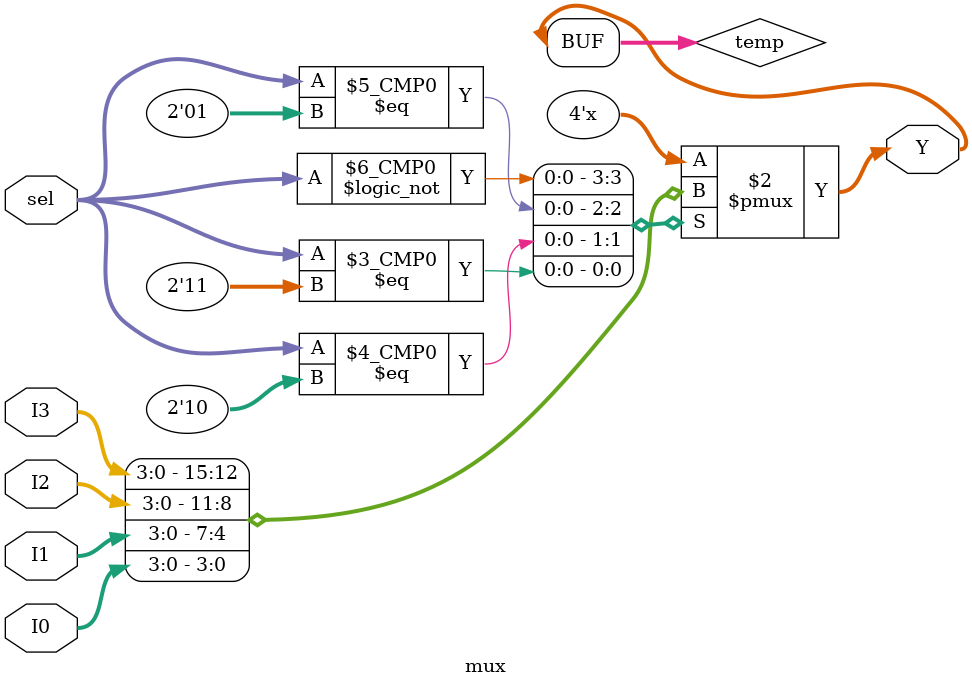
<source format=v>
`timescale 1ns / 1ps

module mux(

    input [3:0] I0, I1, I2, I3,
    input [1:0]sel,
    output [3:0]Y

    );
    
    reg[3:0] temp;
    
    always @(sel) begin
        case(sel)
        2'b00:  temp <= I3;
        2'b01:  temp <= I2;
        2'b10:  temp <= I1;
        2'b11:  temp <= I0;
        endcase
    end
    
    assign Y = temp; 
    
endmodule

</source>
